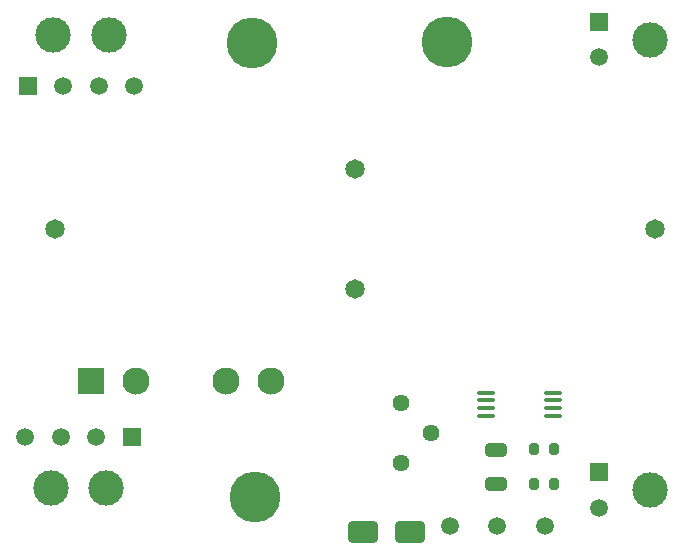
<source format=gbr>
%TF.GenerationSoftware,KiCad,Pcbnew,9.0.1-1.fc42*%
%TF.CreationDate,2025-04-27T23:47:53+08:00*%
%TF.ProjectId,discharge & time_delayforDCDC,64697363-6861-4726-9765-20262074696d,rev?*%
%TF.SameCoordinates,Original*%
%TF.FileFunction,Soldermask,Top*%
%TF.FilePolarity,Negative*%
%FSLAX46Y46*%
G04 Gerber Fmt 4.6, Leading zero omitted, Abs format (unit mm)*
G04 Created by KiCad (PCBNEW 9.0.1-1.fc42) date 2025-04-27 23:47:53*
%MOMM*%
%LPD*%
G01*
G04 APERTURE LIST*
G04 Aperture macros list*
%AMRoundRect*
0 Rectangle with rounded corners*
0 $1 Rounding radius*
0 $2 $3 $4 $5 $6 $7 $8 $9 X,Y pos of 4 corners*
0 Add a 4 corners polygon primitive as box body*
4,1,4,$2,$3,$4,$5,$6,$7,$8,$9,$2,$3,0*
0 Add four circle primitives for the rounded corners*
1,1,$1+$1,$2,$3*
1,1,$1+$1,$4,$5*
1,1,$1+$1,$6,$7*
1,1,$1+$1,$8,$9*
0 Add four rect primitives between the rounded corners*
20,1,$1+$1,$2,$3,$4,$5,0*
20,1,$1+$1,$4,$5,$6,$7,0*
20,1,$1+$1,$6,$7,$8,$9,0*
20,1,$1+$1,$8,$9,$2,$3,0*%
G04 Aperture macros list end*
%ADD10RoundRect,0.250000X-1.000000X-0.650000X1.000000X-0.650000X1.000000X0.650000X-1.000000X0.650000X0*%
%ADD11C,1.650000*%
%ADD12C,3.000000*%
%ADD13R,1.520000X1.520000*%
%ADD14C,1.520000*%
%ADD15C,1.440000*%
%ADD16RoundRect,0.200000X0.200000X0.275000X-0.200000X0.275000X-0.200000X-0.275000X0.200000X-0.275000X0*%
%ADD17RoundRect,0.250000X-0.650000X0.325000X-0.650000X-0.325000X0.650000X-0.325000X0.650000X0.325000X0*%
%ADD18C,4.300000*%
%ADD19RoundRect,0.100000X-0.637500X-0.100000X0.637500X-0.100000X0.637500X0.100000X-0.637500X0.100000X0*%
%ADD20R,2.300000X2.300000*%
%ADD21C,2.300000*%
%ADD22C,1.500000*%
G04 APERTURE END LIST*
D10*
%TO.C,D1*%
X145225000Y-126070000D03*
X149225000Y-126070000D03*
%TD*%
D11*
%TO.C,K1*%
X119150000Y-100400000D03*
X169950000Y-100400000D03*
X144550000Y-105500000D03*
X144550000Y-95300000D03*
%TD*%
D12*
%TO.C,J3*%
X123700000Y-84000000D03*
X119000000Y-84000000D03*
D13*
X116850000Y-88320000D03*
D14*
X119850000Y-88320000D03*
X122850000Y-88320000D03*
X125850000Y-88320000D03*
%TD*%
D15*
%TO.C,RV1*%
X148500000Y-120250000D03*
X151040000Y-117710000D03*
X148500000Y-115170000D03*
%TD*%
D16*
%TO.C,R2*%
X161395000Y-122000000D03*
X159745000Y-122000000D03*
%TD*%
D17*
%TO.C,C1*%
X156500000Y-119085000D03*
X156500000Y-122035000D03*
%TD*%
D18*
%TO.C,H3*%
X135825000Y-84625000D03*
%TD*%
D16*
%TO.C,R1*%
X161395000Y-119000000D03*
X159745000Y-119000000D03*
%TD*%
D18*
%TO.C,H1*%
X152325000Y-84575000D03*
%TD*%
D12*
%TO.C,J1*%
X118800000Y-122320000D03*
X123500000Y-122320000D03*
D13*
X125650000Y-118000000D03*
D14*
X122650000Y-118000000D03*
X119650000Y-118000000D03*
X116650000Y-118000000D03*
%TD*%
D19*
%TO.C,U1*%
X155637500Y-114275000D03*
X155637500Y-114925000D03*
X155637500Y-115575000D03*
X155637500Y-116225000D03*
X161362500Y-116225000D03*
X161362500Y-115575000D03*
X161362500Y-114925000D03*
X161362500Y-114275000D03*
%TD*%
D20*
%TO.C,MOSFET1*%
X122190000Y-113250000D03*
D21*
X126000000Y-113250000D03*
X133620000Y-113250000D03*
X137430000Y-113250000D03*
%TD*%
D22*
%TO.C,TP2*%
X160625000Y-125525000D03*
%TD*%
D12*
%TO.C,J6*%
X169574200Y-84380000D03*
D13*
X165254200Y-82880000D03*
D14*
X165254200Y-85880000D03*
%TD*%
D22*
%TO.C,TP3*%
X152625000Y-125525000D03*
%TD*%
%TO.C,TP1*%
X156625000Y-125525000D03*
%TD*%
D18*
%TO.C,H2*%
X136075000Y-123075000D03*
%TD*%
D12*
%TO.C,J5*%
X169574200Y-122500000D03*
D13*
X165254200Y-121000000D03*
D14*
X165254200Y-124000000D03*
%TD*%
M02*

</source>
